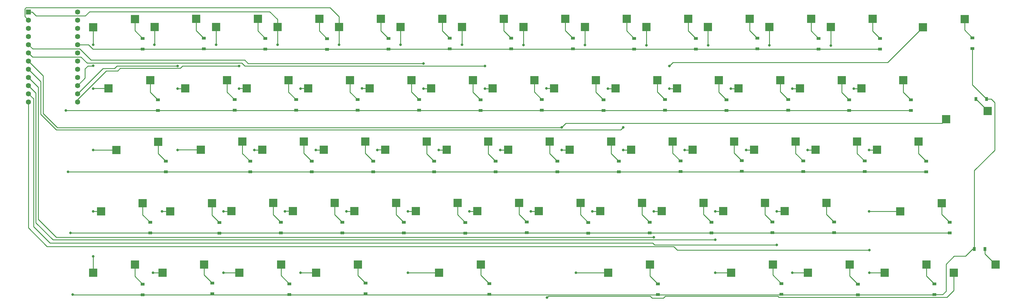
<source format=gbl>
G04 #@! TF.GenerationSoftware,KiCad,Pcbnew,(6.0.7-1)-1*
G04 #@! TF.CreationDate,2022-10-03T10:16:15+02:00*
G04 #@! TF.ProjectId,staggered-keyboard,73746167-6765-4726-9564-2d6b6579626f,rev?*
G04 #@! TF.SameCoordinates,Original*
G04 #@! TF.FileFunction,Copper,L2,Bot*
G04 #@! TF.FilePolarity,Positive*
%FSLAX46Y46*%
G04 Gerber Fmt 4.6, Leading zero omitted, Abs format (unit mm)*
G04 Created by KiCad (PCBNEW (6.0.7-1)-1) date 2022-10-03 10:16:15*
%MOMM*%
%LPD*%
G01*
G04 APERTURE LIST*
G04 #@! TA.AperFunction,SMDPad,CuDef*
%ADD10R,2.550000X2.500000*%
G04 #@! TD*
G04 #@! TA.AperFunction,ComponentPad*
%ADD11R,1.600000X1.600000*%
G04 #@! TD*
G04 #@! TA.AperFunction,ComponentPad*
%ADD12C,1.600000*%
G04 #@! TD*
G04 #@! TA.AperFunction,SMDPad,CuDef*
%ADD13R,1.200000X0.900000*%
G04 #@! TD*
G04 #@! TA.AperFunction,SMDPad,CuDef*
%ADD14R,0.900000X1.200000*%
G04 #@! TD*
G04 #@! TA.AperFunction,ViaPad*
%ADD15C,0.800000*%
G04 #@! TD*
G04 #@! TA.AperFunction,Conductor*
%ADD16C,0.250000*%
G04 #@! TD*
G04 APERTURE END LIST*
D10*
X192892500Y-165717500D03*
X205819500Y-163177500D03*
X245280000Y-203817500D03*
X258207000Y-201277500D03*
X302430000Y-203817500D03*
X315357000Y-201277500D03*
X326242500Y-165717500D03*
X339169500Y-163177500D03*
X292905000Y-184767500D03*
X305832000Y-182227500D03*
X345277500Y-146672500D03*
X358204500Y-144132500D03*
X211942500Y-165717500D03*
X224869500Y-163177500D03*
X354865000Y-222885000D03*
X367792000Y-220345000D03*
X88125000Y-146680000D03*
X101052000Y-144140000D03*
X202417500Y-146667500D03*
X215344500Y-144127500D03*
X259567500Y-146667500D03*
X272494500Y-144127500D03*
X264330000Y-203817500D03*
X277257000Y-201277500D03*
X135742500Y-165717500D03*
X148669500Y-163177500D03*
X288142500Y-165717500D03*
X301069500Y-163177500D03*
X230992500Y-165717500D03*
X243919500Y-163177500D03*
X221467500Y-146667500D03*
X234394500Y-144127500D03*
X130980000Y-203817500D03*
X143907000Y-201277500D03*
X111995000Y-203850000D03*
X124922000Y-201310000D03*
X88165000Y-222885000D03*
X101092000Y-220345000D03*
X126217500Y-146667500D03*
X139144500Y-144127500D03*
X250042500Y-165717500D03*
X262969500Y-163177500D03*
X145267500Y-146667500D03*
X158194500Y-144127500D03*
X226230000Y-203817500D03*
X239157000Y-201277500D03*
X285808750Y-222885000D03*
X298735750Y-220345000D03*
X338196250Y-203835000D03*
X351123250Y-201295000D03*
X109596250Y-222885000D03*
X122523250Y-220345000D03*
X247708750Y-222885000D03*
X260635750Y-220345000D03*
X278617500Y-146667500D03*
X291544500Y-144127500D03*
X216705000Y-184767500D03*
X229632000Y-182227500D03*
X316717500Y-146667500D03*
X329644500Y-144127500D03*
X331005000Y-184767500D03*
X343932000Y-182227500D03*
X235755000Y-184767500D03*
X248682000Y-182227500D03*
X352436250Y-175242500D03*
X365363250Y-172702500D03*
X164317500Y-146667500D03*
X177244500Y-144127500D03*
X159555000Y-184767500D03*
X172482000Y-182227500D03*
X311955000Y-184767500D03*
X324882000Y-182227500D03*
X107135000Y-146670000D03*
X120062000Y-144130000D03*
X157221250Y-222885000D03*
X170148250Y-220345000D03*
X92890000Y-165710000D03*
X105817000Y-163170000D03*
X133408750Y-222885000D03*
X146335750Y-220345000D03*
X307192500Y-165717500D03*
X320119500Y-163177500D03*
X309621250Y-222885000D03*
X322548250Y-220345000D03*
X240517500Y-146667500D03*
X253444500Y-144127500D03*
X197655000Y-184767500D03*
X210582000Y-182227500D03*
X95308750Y-184785000D03*
X108235750Y-182245000D03*
X154792500Y-165717500D03*
X167719500Y-163177500D03*
X169080000Y-203817500D03*
X182007000Y-201277500D03*
X178605000Y-184767500D03*
X191532000Y-182227500D03*
X297667500Y-146667500D03*
X310594500Y-144127500D03*
X207180000Y-203817500D03*
X220107000Y-201277500D03*
X90546250Y-203835000D03*
X103473250Y-201295000D03*
X333433750Y-222885000D03*
X346360750Y-220345000D03*
X254805000Y-184767500D03*
X267732000Y-182227500D03*
X283380000Y-203817500D03*
X296307000Y-201277500D03*
X183367500Y-146667500D03*
X196294500Y-144127500D03*
X269092500Y-165717500D03*
X282019500Y-163177500D03*
X121455000Y-184767500D03*
X134382000Y-182227500D03*
X188130000Y-203817500D03*
X201057000Y-201277500D03*
X150030000Y-203817500D03*
X162957000Y-201277500D03*
X173842500Y-165717500D03*
X186769500Y-163177500D03*
X273855000Y-184767500D03*
X286782000Y-182227500D03*
X116692500Y-165717500D03*
X129619500Y-163177500D03*
X195321250Y-222885000D03*
X208248250Y-220345000D03*
X140505000Y-184767500D03*
X153432000Y-182227500D03*
D11*
X68060000Y-141940000D03*
D12*
X68060000Y-144480000D03*
X68060000Y-147020000D03*
X68060000Y-149560000D03*
X68060000Y-152100000D03*
X68060000Y-154640000D03*
X68060000Y-157180000D03*
X68060000Y-159720000D03*
X68060000Y-162260000D03*
X68060000Y-164800000D03*
X68060000Y-167340000D03*
X68060000Y-169880000D03*
X83300000Y-169880000D03*
X83300000Y-167340000D03*
X83300000Y-164800000D03*
X83300000Y-162260000D03*
X83300000Y-159720000D03*
X83300000Y-157180000D03*
X83300000Y-154640000D03*
X83300000Y-152100000D03*
X83300000Y-149560000D03*
X83300000Y-147020000D03*
X83300000Y-144480000D03*
X83300000Y-141940000D03*
D13*
X170070000Y-172490000D03*
X170070000Y-169190000D03*
X327190000Y-191520000D03*
X327190000Y-188220000D03*
X331950000Y-153500000D03*
X331950000Y-150200000D03*
D14*
X365010000Y-169000000D03*
X361710000Y-169000000D03*
D13*
X251050000Y-191600000D03*
X251050000Y-188300000D03*
X210880000Y-229570000D03*
X210880000Y-226270000D03*
X317760000Y-210490000D03*
X317760000Y-207190000D03*
X274860000Y-153450000D03*
X274860000Y-150150000D03*
X260550000Y-210550000D03*
X260550000Y-207250000D03*
X231990000Y-191550000D03*
X231990000Y-188250000D03*
X322420000Y-172520000D03*
X322420000Y-169220000D03*
X227180000Y-172420000D03*
X227180000Y-169120000D03*
X165330000Y-210580000D03*
X165330000Y-207280000D03*
X265330000Y-172450000D03*
X265330000Y-169150000D03*
X284400000Y-172520000D03*
X284400000Y-169220000D03*
X108210000Y-172550000D03*
X108210000Y-169250000D03*
X246250000Y-172500000D03*
X246250000Y-169200000D03*
X174900000Y-191550000D03*
X174900000Y-188250000D03*
X312950000Y-153460000D03*
X312950000Y-150160000D03*
X122430000Y-153420000D03*
X122430000Y-150120000D03*
X217680000Y-153430000D03*
X217680000Y-150130000D03*
X160570000Y-153530000D03*
X160570000Y-150230000D03*
X303530000Y-172490000D03*
X303530000Y-169190000D03*
X103480000Y-229730000D03*
X103480000Y-226430000D03*
X301440000Y-229630000D03*
X301440000Y-226330000D03*
X236760000Y-153400000D03*
X236760000Y-150100000D03*
X105800000Y-210580000D03*
X105800000Y-207280000D03*
X131950000Y-172490000D03*
X131950000Y-169190000D03*
X198600000Y-153430000D03*
X198600000Y-150130000D03*
X193810000Y-191550000D03*
X193810000Y-188250000D03*
X263130000Y-229700000D03*
X263130000Y-226400000D03*
X148950000Y-229660000D03*
X148950000Y-226360000D03*
X103470000Y-153450000D03*
X103470000Y-150150000D03*
X212850000Y-191550000D03*
X212850000Y-188250000D03*
X289130000Y-191400000D03*
X289130000Y-188100000D03*
X127220000Y-210630000D03*
X127220000Y-207330000D03*
X125040000Y-229440000D03*
X125040000Y-226140000D03*
X279730000Y-210550000D03*
X279730000Y-207250000D03*
X341530000Y-172520000D03*
X341530000Y-169220000D03*
X360610000Y-153300000D03*
X360610000Y-150000000D03*
X184410000Y-210580000D03*
X184410000Y-207280000D03*
X241570000Y-210610000D03*
X241570000Y-207310000D03*
X179620000Y-153490000D03*
X179620000Y-150190000D03*
X136770000Y-191600000D03*
X136770000Y-188300000D03*
X151010000Y-172490000D03*
X151010000Y-169190000D03*
X110650000Y-191600000D03*
X110650000Y-188300000D03*
X208190000Y-172550000D03*
X208190000Y-169250000D03*
X255760000Y-153470000D03*
X255760000Y-150170000D03*
X325130000Y-229780000D03*
X325130000Y-226480000D03*
X172500000Y-229440000D03*
X172500000Y-226140000D03*
X353560000Y-210540000D03*
X353560000Y-207240000D03*
X141460000Y-153450000D03*
X141460000Y-150150000D03*
X348840000Y-229700000D03*
X348840000Y-226400000D03*
X146310000Y-210580000D03*
X146310000Y-207280000D03*
X298600000Y-210490000D03*
X298600000Y-207190000D03*
X308150000Y-191520000D03*
X308150000Y-188220000D03*
X203480000Y-210610000D03*
X203480000Y-207310000D03*
X270120000Y-191500000D03*
X270120000Y-188200000D03*
X346280000Y-191570000D03*
X346280000Y-188270000D03*
X222490000Y-210500000D03*
X222490000Y-207200000D03*
X189130000Y-172450000D03*
X189130000Y-169150000D03*
X155880000Y-191600000D03*
X155880000Y-188300000D03*
D14*
X361180000Y-215580000D03*
X364480000Y-215580000D03*
D13*
X293930000Y-153430000D03*
X293930000Y-150130000D03*
D15*
X79625500Y-172550000D03*
X80355500Y-191600000D03*
X81070000Y-210570000D03*
X81800000Y-229650000D03*
X88125000Y-217800000D03*
X88125000Y-184800000D03*
X88100000Y-152140000D03*
X88125000Y-203850000D03*
X88125000Y-158680000D03*
X88125000Y-165725000D03*
X114250000Y-165725000D03*
X114250000Y-184775000D03*
X109500000Y-203850000D03*
X107130000Y-152110000D03*
X106700000Y-222875000D03*
X114250000Y-158725000D03*
X126220000Y-152150000D03*
X138075000Y-184775000D03*
X128550000Y-203825000D03*
X133325000Y-165725000D03*
X128550000Y-222875000D03*
X133325000Y-158725000D03*
X152400000Y-222875000D03*
X147600000Y-203825000D03*
X145270000Y-152150000D03*
X152375000Y-165725000D03*
X157125000Y-184775000D03*
X166625000Y-203850000D03*
X164350000Y-152130000D03*
X171400000Y-165700000D03*
X176175000Y-184775000D03*
X183370000Y-152170000D03*
X195225000Y-184850000D03*
X190450000Y-165725000D03*
X185700000Y-203825000D03*
X190450000Y-157950000D03*
X185700000Y-222875000D03*
X228780000Y-230580000D03*
X204750000Y-203825000D03*
X209500000Y-165725000D03*
X214275000Y-184775000D03*
X202420000Y-152160000D03*
X209500000Y-158750000D03*
X233325000Y-177800000D03*
X233325000Y-184775000D03*
X223800000Y-203825000D03*
X221500000Y-152180000D03*
X228550000Y-165700000D03*
X247600000Y-165725000D03*
X252375000Y-177800000D03*
X242850000Y-203825000D03*
X240550000Y-152230000D03*
X237750000Y-222875000D03*
X252375000Y-184825000D03*
X271425000Y-184775000D03*
X261900000Y-211900000D03*
X261900000Y-203825000D03*
X266650000Y-165725000D03*
X266650000Y-158750000D03*
X259580000Y-152290000D03*
X290475000Y-184775000D03*
X280925000Y-212650000D03*
X278680000Y-152280000D03*
X280925000Y-222900000D03*
X280925000Y-203825000D03*
X285725000Y-165725000D03*
X297670000Y-152330000D03*
X309525000Y-184775000D03*
X300000000Y-203825000D03*
X304800000Y-222875000D03*
X300000000Y-214250000D03*
X304750000Y-165725000D03*
X316720000Y-152360000D03*
X323825000Y-165725000D03*
X328625000Y-222900000D03*
X328625000Y-215900000D03*
X328575000Y-203850000D03*
X328575000Y-184775000D03*
D16*
X141460000Y-153450000D02*
X331900000Y-153450000D01*
X103470000Y-153450000D02*
X88025000Y-153450000D01*
X103470000Y-153450000D02*
X141460000Y-153450000D01*
X331900000Y-153450000D02*
X331950000Y-153500000D01*
X88025000Y-153450000D02*
X86675000Y-152100000D01*
X86675000Y-152100000D02*
X83300000Y-152100000D01*
X101052000Y-147732000D02*
X103470000Y-150150000D01*
X101052000Y-144140000D02*
X101052000Y-147732000D01*
X120062000Y-144130000D02*
X120062000Y-147752000D01*
X120062000Y-147752000D02*
X122430000Y-150120000D01*
X139144500Y-144127500D02*
X139144500Y-147834500D01*
X139144500Y-147834500D02*
X141460000Y-150150000D01*
X158194500Y-147854500D02*
X160570000Y-150230000D01*
X158194500Y-144127500D02*
X158194500Y-147854500D01*
X177244500Y-144127500D02*
X177244500Y-147814500D01*
X177244500Y-147814500D02*
X179620000Y-150190000D01*
X196294500Y-144127500D02*
X196294500Y-147824500D01*
X196294500Y-147824500D02*
X198600000Y-150130000D01*
X215344500Y-147794500D02*
X217680000Y-150130000D01*
X215344500Y-144127500D02*
X215344500Y-147794500D01*
X234394500Y-144127500D02*
X234394500Y-147734500D01*
X234394500Y-147734500D02*
X236760000Y-150100000D01*
X253444500Y-147854500D02*
X255760000Y-150170000D01*
X253444500Y-144127500D02*
X253444500Y-147854500D01*
X272494500Y-147784500D02*
X274860000Y-150150000D01*
X272494500Y-144127500D02*
X272494500Y-147784500D01*
X291544500Y-147744500D02*
X293930000Y-150130000D01*
X291544500Y-144127500D02*
X291544500Y-147744500D01*
X310594500Y-144127500D02*
X310594500Y-147804500D01*
X310594500Y-147804500D02*
X312950000Y-150160000D01*
X329644500Y-144127500D02*
X329644500Y-147894500D01*
X329644500Y-147894500D02*
X331950000Y-150200000D01*
X358204500Y-144132500D02*
X358204500Y-147594500D01*
X358204500Y-147594500D02*
X360610000Y-150000000D01*
X341530000Y-172520000D02*
X79655500Y-172520000D01*
X79655500Y-172520000D02*
X79625500Y-172550000D01*
X105817000Y-166857000D02*
X108210000Y-169250000D01*
X105817000Y-163170000D02*
X105817000Y-166857000D01*
X129619500Y-163177500D02*
X129619500Y-166859500D01*
X129619500Y-166859500D02*
X131950000Y-169190000D01*
X148669500Y-166849500D02*
X151010000Y-169190000D01*
X148669500Y-163177500D02*
X148669500Y-166849500D01*
X167719500Y-166839500D02*
X170070000Y-169190000D01*
X167719500Y-163177500D02*
X167719500Y-166839500D01*
X186769500Y-166789500D02*
X189130000Y-169150000D01*
X186769500Y-163177500D02*
X186769500Y-166789500D01*
X205819500Y-163177500D02*
X205819500Y-166879500D01*
X205819500Y-166879500D02*
X208190000Y-169250000D01*
X224869500Y-163177500D02*
X224869500Y-166809500D01*
X224869500Y-166809500D02*
X227180000Y-169120000D01*
X243919500Y-163177500D02*
X243919500Y-166869500D01*
X243919500Y-166869500D02*
X246250000Y-169200000D01*
X262969500Y-166789500D02*
X265330000Y-169150000D01*
X262969500Y-163177500D02*
X262969500Y-166789500D01*
X282019500Y-166839500D02*
X284400000Y-169220000D01*
X282019500Y-163177500D02*
X282019500Y-166839500D01*
X301069500Y-166729500D02*
X303530000Y-169190000D01*
X301069500Y-163177500D02*
X301069500Y-166729500D01*
X320119500Y-163177500D02*
X320119500Y-166919500D01*
X320119500Y-166919500D02*
X322420000Y-169220000D01*
X339169500Y-166859500D02*
X341530000Y-169220000D01*
X339169500Y-163177500D02*
X339169500Y-166859500D01*
X365363250Y-172653250D02*
X365363250Y-172702500D01*
X361710000Y-169000000D02*
X365363250Y-172653250D01*
X80355500Y-191600000D02*
X110650000Y-191600000D01*
X110650000Y-191600000D02*
X346250000Y-191600000D01*
X346250000Y-191600000D02*
X346280000Y-191570000D01*
X108235750Y-182245000D02*
X108235750Y-185885750D01*
X108235750Y-185885750D02*
X110650000Y-188300000D01*
X134382000Y-182227500D02*
X134382000Y-185912000D01*
X134382000Y-185912000D02*
X136770000Y-188300000D01*
X153432000Y-182227500D02*
X153432000Y-185852000D01*
X153432000Y-185852000D02*
X155880000Y-188300000D01*
X172482000Y-185832000D02*
X174900000Y-188250000D01*
X172482000Y-182227500D02*
X172482000Y-185832000D01*
X191532000Y-185972000D02*
X193810000Y-188250000D01*
X191532000Y-182227500D02*
X191532000Y-185972000D01*
X210582000Y-182227500D02*
X210582000Y-185982000D01*
X210582000Y-185982000D02*
X212850000Y-188250000D01*
X229632000Y-185892000D02*
X231990000Y-188250000D01*
X229632000Y-182227500D02*
X229632000Y-185892000D01*
X248682000Y-182227500D02*
X248682000Y-185932000D01*
X248682000Y-185932000D02*
X251050000Y-188300000D01*
X267732000Y-185812000D02*
X270120000Y-188200000D01*
X267732000Y-182227500D02*
X267732000Y-185812000D01*
X286782000Y-182227500D02*
X286782000Y-185752000D01*
X286782000Y-185752000D02*
X289130000Y-188100000D01*
X305832000Y-182227500D02*
X305832000Y-185902000D01*
X305832000Y-185902000D02*
X308150000Y-188220000D01*
X324882000Y-182227500D02*
X324882000Y-185912000D01*
X324882000Y-185912000D02*
X327190000Y-188220000D01*
X343932000Y-185922000D02*
X346280000Y-188270000D01*
X343932000Y-182227500D02*
X343932000Y-185922000D01*
X353520000Y-210580000D02*
X353560000Y-210540000D01*
X81070000Y-210570000D02*
X81080000Y-210580000D01*
X81080000Y-210580000D02*
X105800000Y-210580000D01*
X105800000Y-210580000D02*
X353520000Y-210580000D01*
X103473250Y-204953250D02*
X105800000Y-207280000D01*
X103473250Y-201295000D02*
X103473250Y-204953250D01*
X124922000Y-205032000D02*
X127220000Y-207330000D01*
X124922000Y-201310000D02*
X124922000Y-205032000D01*
X143907000Y-201277500D02*
X143907000Y-204877000D01*
X143907000Y-204877000D02*
X146310000Y-207280000D01*
X162957000Y-201277500D02*
X162957000Y-204907000D01*
X162957000Y-204907000D02*
X165330000Y-207280000D01*
X182007000Y-201277500D02*
X182007000Y-204877000D01*
X182007000Y-204877000D02*
X184410000Y-207280000D01*
X201057000Y-201277500D02*
X201057000Y-204887000D01*
X201057000Y-204887000D02*
X203480000Y-207310000D01*
X220107000Y-201277500D02*
X220107000Y-204817000D01*
X220107000Y-204817000D02*
X222490000Y-207200000D01*
X239157000Y-204897000D02*
X241570000Y-207310000D01*
X239157000Y-201277500D02*
X239157000Y-204897000D01*
X258207000Y-201277500D02*
X258207000Y-204907000D01*
X258207000Y-204907000D02*
X260550000Y-207250000D01*
X277257000Y-204777000D02*
X279730000Y-207250000D01*
X277257000Y-201277500D02*
X277257000Y-204777000D01*
X296307000Y-201277500D02*
X296307000Y-204897000D01*
X296307000Y-204897000D02*
X298600000Y-207190000D01*
X315357000Y-204787000D02*
X317760000Y-207190000D01*
X315357000Y-201277500D02*
X315357000Y-204787000D01*
X351123250Y-204803250D02*
X353560000Y-207240000D01*
X351123250Y-201295000D02*
X351123250Y-204803250D01*
X365010000Y-169000000D02*
X366440000Y-169000000D01*
X348840000Y-229700000D02*
X351370000Y-229700000D01*
X358490000Y-217760000D02*
X354940000Y-217760000D01*
X351370000Y-229700000D02*
X352415000Y-228655000D01*
X348810000Y-229730000D02*
X348840000Y-229700000D01*
X361180000Y-215580000D02*
X360670000Y-215580000D01*
X366440000Y-169000000D02*
X367490000Y-170050000D01*
X81800000Y-229650000D02*
X81880000Y-229730000D01*
X354940000Y-217760000D02*
X352415000Y-220285000D01*
X352415000Y-220285000D02*
X352415000Y-228655000D01*
X81880000Y-229730000D02*
X103480000Y-229730000D01*
X360670000Y-215580000D02*
X358490000Y-217760000D01*
X367490000Y-184870000D02*
X361180000Y-191180000D01*
X367490000Y-170050000D02*
X367490000Y-184870000D01*
X360610000Y-153300000D02*
X360610000Y-164600000D01*
X360610000Y-164600000D02*
X365010000Y-169000000D01*
X361180000Y-191180000D02*
X361180000Y-215580000D01*
X103480000Y-229730000D02*
X348810000Y-229730000D01*
X101092000Y-224042000D02*
X103480000Y-226430000D01*
X101092000Y-220345000D02*
X101092000Y-224042000D01*
X122523250Y-220345000D02*
X122523250Y-223623250D01*
X122523250Y-223623250D02*
X125040000Y-226140000D01*
X146335750Y-220345000D02*
X146335750Y-223745750D01*
X146335750Y-223745750D02*
X148950000Y-226360000D01*
X170148250Y-223788250D02*
X172500000Y-226140000D01*
X170148250Y-220345000D02*
X170148250Y-223788250D01*
X208248250Y-220345000D02*
X208248250Y-223638250D01*
X208248250Y-223638250D02*
X210880000Y-226270000D01*
X260635750Y-220345000D02*
X260635750Y-223905750D01*
X260635750Y-223905750D02*
X263130000Y-226400000D01*
X298735750Y-220345000D02*
X298735750Y-223625750D01*
X298735750Y-223625750D02*
X301440000Y-226330000D01*
X322548250Y-220345000D02*
X322548250Y-223898250D01*
X322548250Y-223898250D02*
X325130000Y-226480000D01*
X346360750Y-220345000D02*
X346360750Y-223920750D01*
X346360750Y-223920750D02*
X348840000Y-226400000D01*
X364480000Y-215580000D02*
X364480000Y-217033000D01*
X364480000Y-217033000D02*
X367792000Y-220345000D01*
X88140000Y-165710000D02*
X92890000Y-165710000D01*
X88125000Y-203850000D02*
X90531250Y-203850000D01*
X86525000Y-158700000D02*
X85625000Y-159600000D01*
X83300000Y-164800000D02*
X85625000Y-162475000D01*
X88105000Y-158700000D02*
X86525000Y-158700000D01*
X88140000Y-184785000D02*
X95308750Y-184785000D01*
X88165000Y-217840000D02*
X88165000Y-222885000D01*
X90531250Y-203850000D02*
X90546250Y-203835000D01*
X88125000Y-165725000D02*
X88140000Y-165710000D01*
X85625000Y-162475000D02*
X85625000Y-159600000D01*
X88125000Y-152115000D02*
X88125000Y-146680000D01*
X88125000Y-184800000D02*
X88140000Y-184785000D01*
X88125000Y-217800000D02*
X88165000Y-217840000D01*
X88125000Y-158680000D02*
X88105000Y-158700000D01*
X88100000Y-152140000D02*
X88125000Y-152115000D01*
X107135000Y-152105000D02*
X107130000Y-152110000D01*
X107135000Y-146670000D02*
X107135000Y-152105000D01*
X114257500Y-184767500D02*
X121455000Y-184767500D01*
X114250000Y-158725000D02*
X95465000Y-158725000D01*
X109500000Y-203850000D02*
X111995000Y-203850000D01*
X114250000Y-165725000D02*
X116685000Y-165725000D01*
X114250000Y-184775000D02*
X114257500Y-184767500D01*
X116685000Y-165725000D02*
X116692500Y-165717500D01*
X106700000Y-222875000D02*
X106710000Y-222885000D01*
X106710000Y-222885000D02*
X109596250Y-222885000D01*
X91170000Y-159480000D02*
X83310000Y-167340000D01*
X94710000Y-159480000D02*
X91170000Y-159480000D01*
X95465000Y-158725000D02*
X94710000Y-159480000D01*
X83310000Y-167340000D02*
X83300000Y-167340000D01*
X135742500Y-165717500D02*
X133332500Y-165717500D01*
X92205000Y-160220000D02*
X83300000Y-169125000D01*
X133325000Y-158725000D02*
X115850000Y-158725000D01*
X140497500Y-184775000D02*
X140505000Y-184767500D01*
X133332500Y-165717500D02*
X133325000Y-165725000D01*
X130972500Y-203825000D02*
X130980000Y-203817500D01*
X115125000Y-159450000D02*
X96530000Y-159450000D01*
X128550000Y-203825000D02*
X130972500Y-203825000D01*
X126217500Y-152147500D02*
X126217500Y-146667500D01*
X128550000Y-222875000D02*
X128560000Y-222885000D01*
X83300000Y-169125000D02*
X83300000Y-169880000D01*
X138075000Y-184775000D02*
X140497500Y-184775000D01*
X126220000Y-152150000D02*
X126217500Y-152147500D01*
X95760000Y-160220000D02*
X92205000Y-160220000D01*
X115850000Y-158725000D02*
X115125000Y-159450000D01*
X128560000Y-222885000D02*
X133408750Y-222885000D01*
X96530000Y-159450000D02*
X95760000Y-160220000D01*
X152400000Y-222875000D02*
X152410000Y-222885000D01*
X147607500Y-203817500D02*
X147600000Y-203825000D01*
X145267500Y-152147500D02*
X145270000Y-152150000D01*
X152382500Y-165717500D02*
X152375000Y-165725000D01*
X150030000Y-203817500D02*
X147607500Y-203817500D01*
X85675000Y-143175000D02*
X87000000Y-141850000D01*
X70450000Y-143175000D02*
X85675000Y-143175000D01*
X69215000Y-141940000D02*
X70450000Y-143175000D01*
X159547500Y-184775000D02*
X159555000Y-184767500D01*
X154792500Y-165717500D02*
X152382500Y-165717500D01*
X87000000Y-141850000D02*
X142825000Y-141850000D01*
X145267500Y-146667500D02*
X145267500Y-152147500D01*
X157125000Y-184775000D02*
X159547500Y-184775000D01*
X145267500Y-144292500D02*
X145267500Y-146667500D01*
X152410000Y-222885000D02*
X157221250Y-222885000D01*
X68060000Y-141940000D02*
X69215000Y-141940000D01*
X142825000Y-141850000D02*
X145267500Y-144292500D01*
X66935000Y-141005000D02*
X67320000Y-140620000D01*
X66935000Y-143355000D02*
X66935000Y-141005000D01*
X171400000Y-165700000D02*
X173825000Y-165700000D01*
X164317500Y-152097500D02*
X164350000Y-152130000D01*
X178605000Y-184767500D02*
X176182500Y-184767500D01*
X169047500Y-203850000D02*
X169080000Y-203817500D01*
X164317500Y-146667500D02*
X164317500Y-152097500D01*
X67320000Y-140620000D02*
X161550000Y-140620000D01*
X176182500Y-184767500D02*
X176175000Y-184775000D01*
X161550000Y-140620000D02*
X164317500Y-143387500D01*
X166625000Y-203850000D02*
X169047500Y-203850000D01*
X68060000Y-144480000D02*
X66935000Y-143355000D01*
X173825000Y-165700000D02*
X173842500Y-165717500D01*
X164317500Y-143387500D02*
X164317500Y-146667500D01*
X188122500Y-203825000D02*
X188130000Y-203817500D01*
X185700000Y-203825000D02*
X188122500Y-203825000D01*
X195225000Y-184850000D02*
X197572500Y-184850000D01*
X183367500Y-146667500D02*
X183367500Y-152167500D01*
X185710000Y-222885000D02*
X195321250Y-222885000D01*
X87450000Y-156900000D02*
X83975000Y-153425000D01*
X190450000Y-165725000D02*
X192885000Y-165725000D01*
X192885000Y-165725000D02*
X192892500Y-165717500D01*
X185700000Y-222875000D02*
X185710000Y-222885000D01*
X135100000Y-156900000D02*
X87450000Y-156900000D01*
X136150000Y-157950000D02*
X135100000Y-156900000D01*
X83975000Y-153425000D02*
X69385000Y-153425000D01*
X183367500Y-152167500D02*
X183370000Y-152170000D01*
X197572500Y-184850000D02*
X197655000Y-184767500D01*
X69385000Y-153425000D02*
X68060000Y-152100000D01*
X190450000Y-157950000D02*
X136150000Y-157950000D01*
X229180000Y-230180000D02*
X260730000Y-230180000D01*
X300290000Y-230180000D02*
X300665000Y-230555000D01*
X135100000Y-158750000D02*
X209500000Y-158750000D01*
X260730000Y-230180000D02*
X261325000Y-230775000D01*
X84325000Y-155900000D02*
X86225000Y-157800000D01*
X204750000Y-203825000D02*
X207172500Y-203825000D01*
X134150000Y-157800000D02*
X135100000Y-158750000D01*
X207172500Y-203825000D02*
X207180000Y-203817500D01*
X261325000Y-230775000D02*
X264832749Y-230775000D01*
X202417500Y-146667500D02*
X202417500Y-152167500D01*
X264832749Y-230775000D02*
X265427749Y-230180000D01*
X228780000Y-230580000D02*
X229180000Y-230180000D01*
X214275000Y-184775000D02*
X216697500Y-184775000D01*
X86225000Y-157800000D02*
X134150000Y-157800000D01*
X352735000Y-230555000D02*
X354865000Y-228425000D01*
X300665000Y-230555000D02*
X352735000Y-230555000D01*
X209500000Y-165725000D02*
X211935000Y-165725000D01*
X202420000Y-152165000D02*
X202420000Y-152160000D01*
X68060000Y-154640000D02*
X69320000Y-155900000D01*
X202417500Y-152167500D02*
X202420000Y-152165000D01*
X265427749Y-230180000D02*
X300290000Y-230180000D01*
X211935000Y-165725000D02*
X211942500Y-165717500D01*
X216697500Y-184775000D02*
X216705000Y-184767500D01*
X69320000Y-155900000D02*
X84325000Y-155900000D01*
X354865000Y-228425000D02*
X354865000Y-222885000D01*
X351178750Y-176500000D02*
X352436250Y-175242500D01*
X230975000Y-165700000D02*
X230992500Y-165717500D01*
X233325000Y-184775000D02*
X235747500Y-184775000D01*
X235747500Y-184775000D02*
X235755000Y-184767500D01*
X77050000Y-177875000D02*
X72625000Y-173450000D01*
X228550000Y-165700000D02*
X230975000Y-165700000D01*
X221467500Y-146667500D02*
X221467500Y-152147500D01*
X226222500Y-203825000D02*
X226230000Y-203817500D01*
X233250000Y-177875000D02*
X77050000Y-177875000D01*
X221467500Y-152147500D02*
X221500000Y-152180000D01*
X72625000Y-161745000D02*
X68060000Y-157180000D01*
X233325000Y-177800000D02*
X233250000Y-177875000D01*
X72625000Y-173450000D02*
X72625000Y-161745000D01*
X223800000Y-203825000D02*
X226222500Y-203825000D01*
X233325000Y-177800000D02*
X234625000Y-176500000D01*
X234625000Y-176500000D02*
X351178750Y-176500000D01*
X71875000Y-163535000D02*
X68060000Y-159720000D01*
X76684695Y-178525000D02*
X71875000Y-173715305D01*
X71875000Y-173715305D02*
X71875000Y-163535000D01*
X252375000Y-177800000D02*
X251650000Y-178525000D01*
X251650000Y-178525000D02*
X76684695Y-178525000D01*
X240517500Y-152197500D02*
X240550000Y-152230000D01*
X242850000Y-203825000D02*
X245272500Y-203825000D01*
X254747500Y-184825000D02*
X254805000Y-184767500D01*
X245272500Y-203825000D02*
X245280000Y-203817500D01*
X240517500Y-146667500D02*
X240517500Y-152197500D01*
X247600000Y-165725000D02*
X250035000Y-165725000D01*
X250035000Y-165725000D02*
X250042500Y-165717500D01*
X237760000Y-222885000D02*
X247708750Y-222885000D01*
X237750000Y-222875000D02*
X237760000Y-222885000D01*
X252375000Y-184825000D02*
X254747500Y-184825000D01*
X259567500Y-146667500D02*
X259567500Y-152277500D01*
X266650000Y-165725000D02*
X269085000Y-165725000D01*
X76725000Y-211900000D02*
X261900000Y-211900000D01*
X267800000Y-157600000D02*
X334375000Y-157600000D01*
X264322500Y-203825000D02*
X264330000Y-203817500D01*
X273847500Y-184775000D02*
X273855000Y-184767500D01*
X68060000Y-162260000D02*
X71125000Y-165325000D01*
X71125000Y-165325000D02*
X71125000Y-206300000D01*
X345277500Y-146697500D02*
X345277500Y-146672500D01*
X266650000Y-158750000D02*
X267800000Y-157600000D01*
X259567500Y-152277500D02*
X259580000Y-152290000D01*
X269085000Y-165725000D02*
X269092500Y-165717500D01*
X71125000Y-206300000D02*
X76725000Y-211900000D01*
X271425000Y-184775000D02*
X273847500Y-184775000D01*
X261900000Y-203825000D02*
X264322500Y-203825000D01*
X334375000Y-157600000D02*
X345277500Y-146697500D01*
X292897500Y-184775000D02*
X292905000Y-184767500D01*
X70375000Y-167115000D02*
X70375000Y-207400000D01*
X290475000Y-184775000D02*
X292897500Y-184775000D01*
X280925000Y-222900000D02*
X280940000Y-222885000D01*
X68060000Y-164800000D02*
X70375000Y-167115000D01*
X285725000Y-165725000D02*
X288135000Y-165725000D01*
X288135000Y-165725000D02*
X288142500Y-165717500D01*
X280900000Y-212675000D02*
X280925000Y-212650000D01*
X280940000Y-222885000D02*
X285808750Y-222885000D01*
X278617500Y-152217500D02*
X278680000Y-152280000D01*
X278617500Y-146667500D02*
X278617500Y-152217500D01*
X75650000Y-212675000D02*
X280900000Y-212675000D01*
X280925000Y-203825000D02*
X283372500Y-203825000D01*
X70375000Y-207400000D02*
X75650000Y-212675000D01*
X283372500Y-203825000D02*
X283380000Y-203817500D01*
X304810000Y-222885000D02*
X309621250Y-222885000D01*
X297667500Y-152327500D02*
X297667500Y-146667500D01*
X302422500Y-203825000D02*
X302430000Y-203817500D01*
X262103299Y-214300000D02*
X299950000Y-214300000D01*
X68060000Y-167340000D02*
X69625000Y-168905000D01*
X69625000Y-208575000D02*
X74750000Y-213700000D01*
X74750000Y-213700000D02*
X261503299Y-213700000D01*
X261503299Y-213700000D02*
X262103299Y-214300000D01*
X311947500Y-184775000D02*
X311955000Y-184767500D01*
X304800000Y-222875000D02*
X304810000Y-222885000D01*
X299950000Y-214300000D02*
X300000000Y-214250000D01*
X297670000Y-152330000D02*
X297667500Y-152327500D01*
X309525000Y-184775000D02*
X311947500Y-184775000D01*
X304750000Y-165725000D02*
X307185000Y-165725000D01*
X307185000Y-165725000D02*
X307192500Y-165717500D01*
X69625000Y-168905000D02*
X69625000Y-208575000D01*
X300000000Y-203825000D02*
X302422500Y-203825000D01*
X328640000Y-222885000D02*
X333433750Y-222885000D01*
X316717500Y-152357500D02*
X316720000Y-152360000D01*
X330997500Y-184775000D02*
X331005000Y-184767500D01*
X268013604Y-214750000D02*
X73850000Y-214750000D01*
X328625000Y-222900000D02*
X328640000Y-222885000D01*
X328625000Y-215900000D02*
X269163604Y-215900000D01*
X326235000Y-165725000D02*
X326242500Y-165717500D01*
X323825000Y-165725000D02*
X326235000Y-165725000D01*
X316717500Y-146667500D02*
X316717500Y-152357500D01*
X328575000Y-203850000D02*
X328590000Y-203835000D01*
X328575000Y-184775000D02*
X330997500Y-184775000D01*
X73850000Y-214750000D02*
X68060000Y-208960000D01*
X68060000Y-208960000D02*
X68060000Y-169880000D01*
X269163604Y-215900000D02*
X268013604Y-214750000D01*
X328590000Y-203835000D02*
X338196250Y-203835000D01*
M02*

</source>
